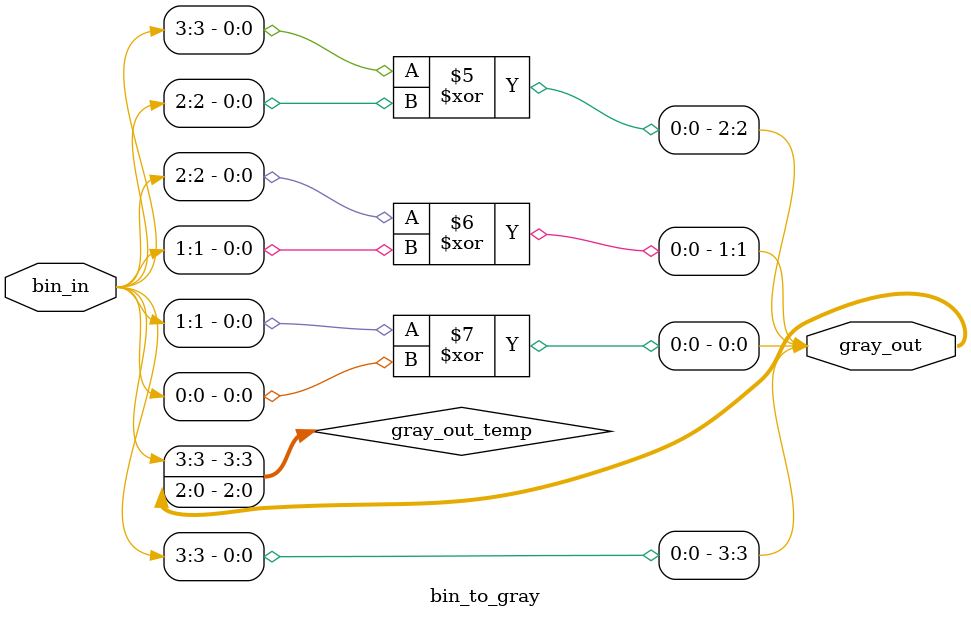
<source format=sv>
/*
Binary to Gray converter DATA_WIDTH bit
*/

module bin_to_gray
#(
	parameter DATA_WIDTH = 4
)
(
	input [DATA_WIDTH-1:0]  bin_in,
	output [DATA_WIDTH-1:0] gray_out
);

    reg [DATA_WIDTH-1:0] gray_out_temp;
    
	always_comb begin
		for(int i=DATA_WIDTH-2; i>=0; i--)
			gray_out_temp[i] = bin_in[i+1] ^ bin_in[i];	//can we directly assign or we have to write assign like this?
	end
	
	always_comb
	 gray_out_temp[DATA_WIDTH-1] = bin_in[DATA_WIDTH-1];	//directly assigning MSB bit
	
	assign gray_out = gray_out_temp;

endmodule
</source>
